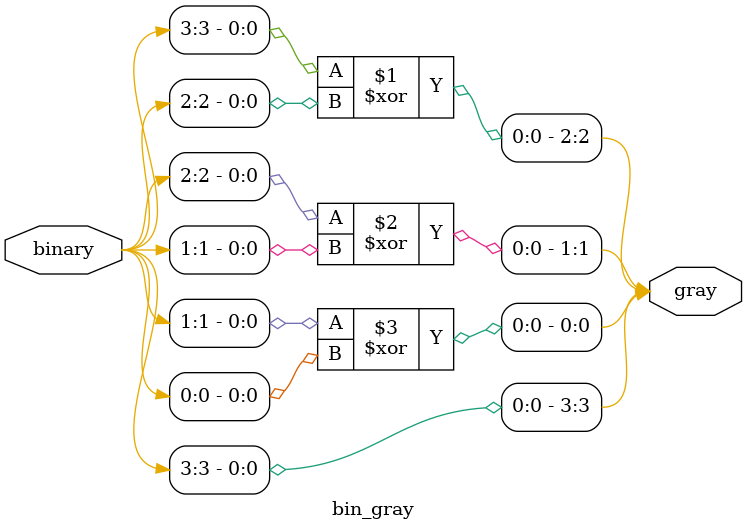
<source format=v>
module bin_gray (
    input  [3:0] binary,   // 4-bit binary input
    output [3:0] gray      // 4-bit Gray code output
);

    // MSB remains the same
    assign gray[3] = binary[3];

    // Each Gray bit is the XOR of current and previous binary bits
    assign gray[2] = binary[3] ^ binary[2];
    assign gray[1] = binary[2] ^ binary[1];
    assign gray[0] = binary[1] ^ binary[0];

endmodule
</source>
